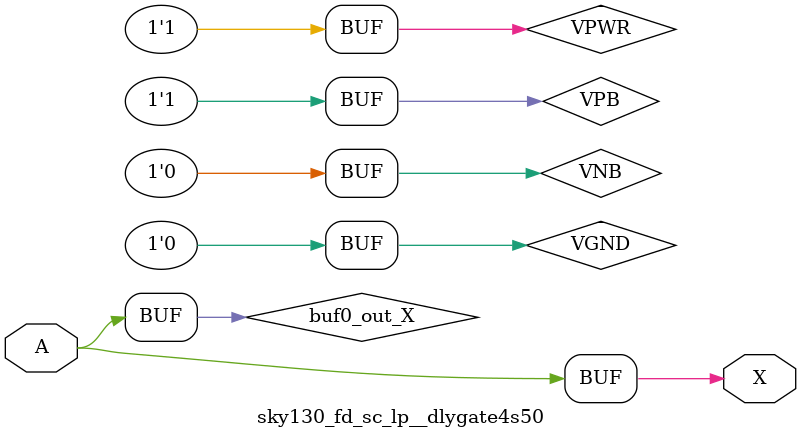
<source format=v>
/*
 * Copyright 2020 The SkyWater PDK Authors
 *
 * Licensed under the Apache License, Version 2.0 (the "License");
 * you may not use this file except in compliance with the License.
 * You may obtain a copy of the License at
 *
 *     https://www.apache.org/licenses/LICENSE-2.0
 *
 * Unless required by applicable law or agreed to in writing, software
 * distributed under the License is distributed on an "AS IS" BASIS,
 * WITHOUT WARRANTIES OR CONDITIONS OF ANY KIND, either express or implied.
 * See the License for the specific language governing permissions and
 * limitations under the License.
 *
 * SPDX-License-Identifier: Apache-2.0
*/


`ifndef SKY130_FD_SC_LP__DLYGATE4S50_TIMING_V
`define SKY130_FD_SC_LP__DLYGATE4S50_TIMING_V

/**
 * dlygate4s50: Delay Buffer 4-stage 0.50um length inner stage gates.
 *
 * Verilog simulation timing model.
 */

`timescale 1ns / 1ps
`default_nettype none

`celldefine
module sky130_fd_sc_lp__dlygate4s50 (
    X,
    A
);

    // Module ports
    output X;
    input  A;

    // Module supplies
    supply1 VPWR;
    supply0 VGND;
    supply1 VPB ;
    supply0 VNB ;

    // Local signals
    wire buf0_out_X;

    //  Name  Output      Other arguments
    buf buf0 (buf0_out_X, A              );
    buf buf1 (X         , buf0_out_X     );

endmodule
`endcelldefine

`default_nettype wire
`endif  // SKY130_FD_SC_LP__DLYGATE4S50_TIMING_V

</source>
